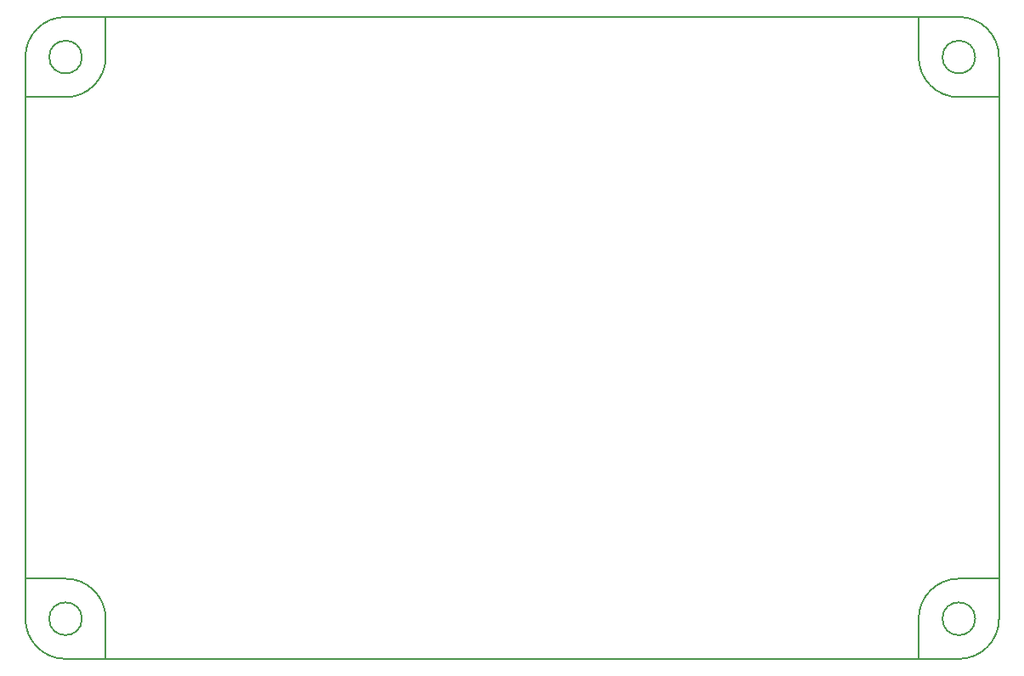
<source format=gbr>
G04 #@! TF.GenerationSoftware,KiCad,Pcbnew,5.0-dev-unknown-dd04bcb~61~ubuntu16.04.1*
G04 #@! TF.CreationDate,2018-03-08T21:27:51-05:00*
G04 #@! TF.ProjectId,etc.,6574632E2E6B696361645F7063620000,rev?*
G04 #@! TF.SameCoordinates,Original*
G04 #@! TF.FileFunction,Profile,NP*
%FSLAX46Y46*%
G04 Gerber Fmt 4.6, Leading zero omitted, Abs format (unit mm)*
G04 Created by KiCad (PCBNEW 5.0-dev-unknown-dd04bcb~61~ubuntu16.04.1) date Thu Mar  8 21:27:51 2018*
%MOMM*%
%LPD*%
G01*
G04 APERTURE LIST*
%ADD10C,0.200000*%
G04 APERTURE END LIST*
D10*
X81598000Y-76518000D02*
X85598000Y-76518000D01*
X178598000Y-80518000D02*
G75*
G02X174598000Y-84518000I-4000000J0D01*
G01*
X178598000Y-24518000D02*
X178598000Y-80518000D01*
X81598000Y-24518000D02*
X81598000Y-80518000D01*
X87229950Y-24518000D02*
G75*
G03X87229950Y-24518000I-1631950J0D01*
G01*
X81598000Y-28518000D02*
X85598000Y-28518000D01*
X178598000Y-28518000D02*
X174598000Y-28518000D01*
X85598000Y-84518000D02*
X174598000Y-84518000D01*
X85598000Y-20518000D02*
X174598000Y-20518000D01*
X89598000Y-24518000D02*
X89598000Y-20518000D01*
X176229950Y-24518000D02*
G75*
G03X176229950Y-24518000I-1631950J0D01*
G01*
X85598000Y-84518000D02*
G75*
G02X81598000Y-80518000I0J4000000D01*
G01*
X170598000Y-24518000D02*
X170598000Y-20518000D01*
X174598000Y-20518000D02*
G75*
G02X178598000Y-24518000I0J-4000000D01*
G01*
X174598000Y-28518000D02*
G75*
G02X170598000Y-24518000I0J4000000D01*
G01*
X87229950Y-80518000D02*
G75*
G03X87229950Y-80518000I-1631950J0D01*
G01*
X89598000Y-80518000D02*
X89598000Y-84518000D01*
X89598000Y-24518000D02*
G75*
G02X85598000Y-28518000I-4000000J0D01*
G01*
X178598000Y-76518000D02*
X174598000Y-76518000D01*
X81598000Y-24518000D02*
G75*
G02X85598000Y-20518000I4000000J0D01*
G01*
X170598000Y-80518000D02*
G75*
G02X174598000Y-76518000I4000000J0D01*
G01*
X170598000Y-80518000D02*
X170598000Y-84518000D01*
X176229950Y-80518000D02*
G75*
G03X176229950Y-80518000I-1631950J0D01*
G01*
X85598000Y-76518000D02*
G75*
G02X89598000Y-80518000I0J-4000000D01*
G01*
M02*

</source>
